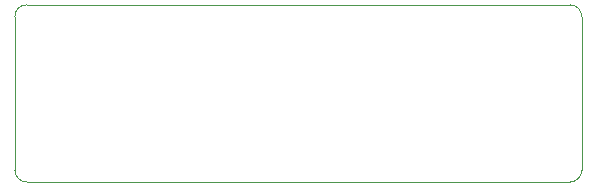
<source format=gm1>
%TF.GenerationSoftware,KiCad,Pcbnew,7.0.2*%
%TF.CreationDate,2024-01-22T16:16:07-06:00*%
%TF.ProjectId,imu-harvester,696d752d-6861-4727-9665-737465722e6b,rev?*%
%TF.SameCoordinates,Original*%
%TF.FileFunction,Profile,NP*%
%FSLAX46Y46*%
G04 Gerber Fmt 4.6, Leading zero omitted, Abs format (unit mm)*
G04 Created by KiCad (PCBNEW 7.0.2) date 2024-01-22 16:16:07*
%MOMM*%
%LPD*%
G01*
G04 APERTURE LIST*
%TA.AperFunction,Profile*%
%ADD10C,0.100000*%
%TD*%
G04 APERTURE END LIST*
D10*
X224000001Y-62499999D02*
X178000001Y-62499999D01*
X178000000Y-47500000D02*
X224000000Y-47500000D01*
X178000000Y-47500000D02*
G75*
G03*
X177000000Y-48500000I0J-1000000D01*
G01*
X225000000Y-48500000D02*
G75*
G03*
X224000000Y-47500000I-1000000J0D01*
G01*
X177000000Y-48500000D02*
X177000001Y-61499999D01*
X177000001Y-61499999D02*
G75*
G03*
X178000001Y-62499999I999999J-1D01*
G01*
X225000001Y-61499999D02*
X225000000Y-48500000D01*
X224000001Y-62500001D02*
G75*
G03*
X225000001Y-61499999I-1J1000001D01*
G01*
M02*

</source>
